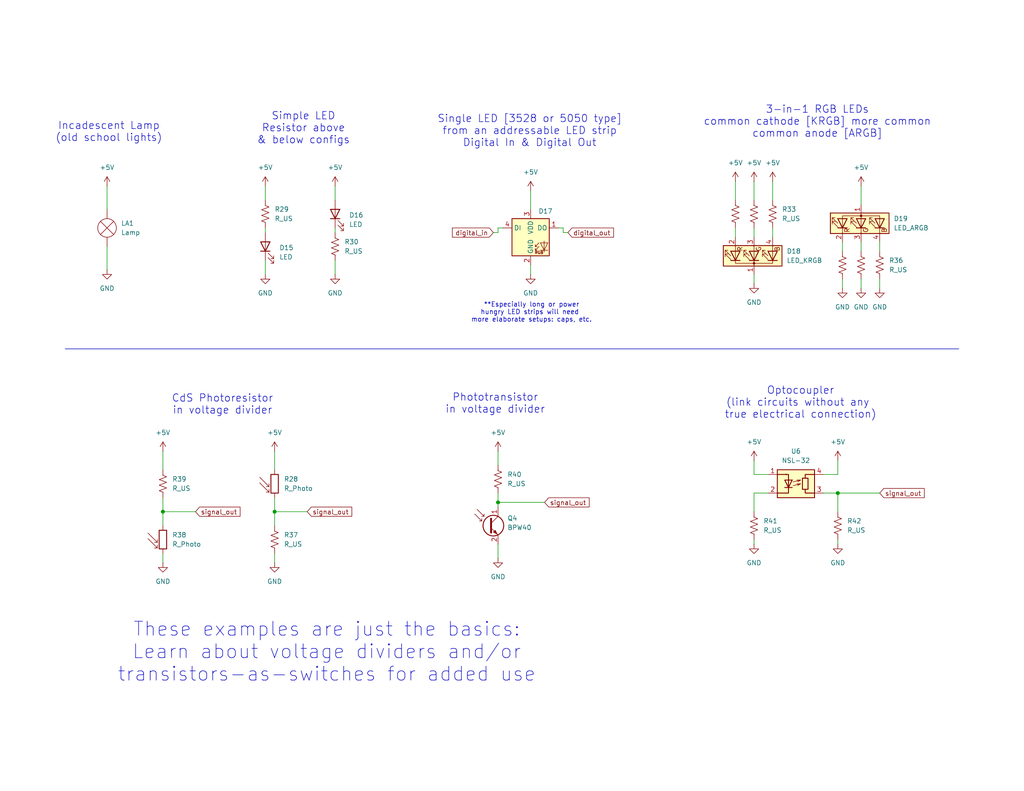
<source format=kicad_sch>
(kicad_sch (version 20231120) (generator "eeschema") (generator_version "8.0")
  (paper "USLetter")
  (title_block (title "Lights") (date "2025-04-24") (rev "v1.0") (company "Mason High School Applied Technology") (comment 1 "Various ways to interact with light") (comment 2 "3x light inputs (optocoupler is kind of both in/out)") (comment 3 "4x light outputs that are very common"))
  (lib_symbols
    (symbol "Device:LED" (pin_numbers hide) (pin_names (offset 1.016) hide)
      (property "Reference" "D" (at 0 2.54 0))
      (property "Value" "LED" (at 0 -2.54 0))
      (symbol "LED_0_1"
        (polyline (pts (xy -1.27 -1.27) (xy -1.27 1.27)) (stroke (width 0.254)))
        (polyline (pts (xy -1.27 0) (xy 1.27 0)))
        (polyline (pts (xy 1.27 -1.27) (xy 1.27 1.27) (xy -1.27 0) (xy 1.27 -1.27)) (stroke (width 0.254)))
        (polyline (pts (xy -3.048 -0.762) (xy -4.572 -2.286) (xy -3.81 -2.286) (xy -4.572 -2.286) (xy -4.572 -1.524)))
        (polyline (pts (xy -1.778 -0.762) (xy -3.302 -2.286) (xy -2.54 -2.286) (xy -3.302 -2.286) (xy -3.302 -1.524)))
      )
      (symbol "LED_1_1"
        (pin passive line (at -3.81 0 0) (length 2.54) (name "K") (number "1"))
        (pin passive line (at 3.81 0 180) (length 2.54) (name "A") (number "2"))
      )
    )
    (symbol "Device:LED_ARGB" (pin_names (offset 0) hide)
      (property "Reference" "D" (at 0 9.398 0))
      (property "Value" "LED_ARGB" (at 0 -8.89 0))
      (symbol "LED_ARGB_0_0"
        (text "B" (at -1.905 -6.35 0) (effects (font (size 1.27 1.27))))
        (text "G" (at -1.905 -1.27 0) (effects (font (size 1.27 1.27))))
        (text "R" (at -1.905 3.81 0) (effects (font (size 1.27 1.27))))
      )
      (symbol "LED_ARGB_0_1"
        (polyline (pts (xy -1.27 -5.08) (xy -2.54 -5.08)))
        (polyline (pts (xy -1.27 -5.08) (xy 1.27 -5.08)))
        (polyline (pts (xy -1.27 -3.81) (xy -1.27 -6.35)) (stroke (width 0.254)))
        (polyline (pts (xy -1.27 0) (xy -2.54 0)))
        (polyline (pts (xy -1.27 1.27) (xy -1.27 -1.27)) (stroke (width 0.254)))
        (polyline (pts (xy -1.27 5.08) (xy -2.54 5.08)))
        (polyline (pts (xy -1.27 5.08) (xy 1.27 5.08)))
        (polyline (pts (xy -1.27 6.35) (xy -1.27 3.81)) (stroke (width 0.254)))
        (polyline (pts (xy 1.27 0) (xy -1.27 0)))
        (polyline (pts (xy 1.27 0) (xy 2.54 0)))
        (polyline (pts (xy -1.27 1.27) (xy -1.27 -1.27) (xy -1.27 -1.27)))
        (polyline (pts (xy -1.27 6.35) (xy -1.27 3.81) (xy -1.27 3.81)))
        (polyline (pts (xy 1.27 -5.08) (xy 2.032 -5.08) (xy 2.032 5.08) (xy 1.27 5.08)))
        (polyline (pts (xy 1.27 -3.81) (xy 1.27 -6.35) (xy -1.27 -5.08) (xy 1.27 -3.81)) (stroke (width 0.254)))
        (polyline (pts (xy 1.27 1.27) (xy 1.27 -1.27) (xy -1.27 0) (xy 1.27 1.27)) (stroke (width 0.254)))
        (polyline (pts (xy 1.27 6.35) (xy 1.27 3.81) (xy -1.27 5.08) (xy 1.27 6.35)) (stroke (width 0.254)))
        (polyline (pts (xy -1.016 -3.81) (xy 0.508 -2.286) (xy -0.254 -2.286) (xy 0.508 -2.286) (xy 0.508 -3.048)))
        (polyline (pts (xy -1.016 1.27) (xy 0.508 2.794) (xy -0.254 2.794) (xy 0.508 2.794) (xy 0.508 2.032)))
        (polyline (pts (xy -1.016 6.35) (xy 0.508 7.874) (xy -0.254 7.874) (xy 0.508 7.874) (xy 0.508 7.112)))
        (polyline (pts (xy 0 -3.81) (xy 1.524 -2.286) (xy 0.762 -2.286) (xy 1.524 -2.286) (xy 1.524 -3.048)))
        (polyline (pts (xy 0 1.27) (xy 1.524 2.794) (xy 0.762 2.794) (xy 1.524 2.794) (xy 1.524 2.032)))
        (polyline (pts (xy 0 6.35) (xy 1.524 7.874) (xy 0.762 7.874) (xy 1.524 7.874) (xy 1.524 7.112)))
        (rectangle (start 1.27 -1.27) (end 1.27 1.27))
        (rectangle (start 1.27 1.27) (end 1.27 1.27))
        (rectangle (start 1.27 3.81) (end 1.27 6.35))
        (rectangle (start 1.27 6.35) (end 1.27 6.35))
        (circle (center 2.032 0) (radius 0.254) (fill (type outline)))
        (rectangle (start 2.794 8.382) (end -2.794 -7.62) (stroke (width 0.254)) (fill (type background)))
      )
      (symbol "LED_ARGB_1_1"
        (pin passive line (at 5.08 0 180) (length 2.54) (name "A") (number "1"))
        (pin passive line (at -5.08 5.08 0) (length 2.54) (name "RK") (number "2"))
        (pin passive line (at -5.08 0 0) (length 2.54) (name "GK") (number "3"))
        (pin passive line (at -5.08 -5.08 0) (length 2.54) (name "BK") (number "4"))
      )
    )
    (symbol "Device:LED_KRGB" (pin_names (offset 0) hide)
      (property "Reference" "D" (at 0 9.398 0))
      (property "Value" "LED_KRGB" (at 0 -8.89 0))
      (symbol "LED_KRGB_0_0"
        (text "B" (at 1.905 -6.35 0) (effects (font (size 1.27 1.27))))
        (text "G" (at 1.905 -1.27 0) (effects (font (size 1.27 1.27))))
        (text "R" (at 1.905 3.81 0) (effects (font (size 1.27 1.27))))
      )
      (symbol "LED_KRGB_0_1"
        (circle (center -2.032 0) (radius 0.254) (fill (type outline)))
        (polyline (pts (xy -1.27 -5.08) (xy 1.27 -5.08)))
        (polyline (pts (xy -1.27 -3.81) (xy -1.27 -6.35)) (stroke (width 0.254)))
        (polyline (pts (xy -1.27 0) (xy -2.54 0)))
        (polyline (pts (xy -1.27 1.27) (xy -1.27 -1.27)) (stroke (width 0.254)))
        (polyline (pts (xy -1.27 5.08) (xy 1.27 5.08)))
        (polyline (pts (xy -1.27 6.35) (xy -1.27 3.81)) (stroke (width 0.254)))
        (polyline (pts (xy 1.27 -5.08) (xy 2.54 -5.08)))
        (polyline (pts (xy 1.27 0) (xy -1.27 0)))
        (polyline (pts (xy 1.27 0) (xy 2.54 0)))
        (polyline (pts (xy 1.27 5.08) (xy 2.54 5.08)))
        (polyline (pts (xy -1.27 1.27) (xy -1.27 -1.27) (xy -1.27 -1.27)))
        (polyline (pts (xy -1.27 6.35) (xy -1.27 3.81) (xy -1.27 3.81)))
        (polyline (pts (xy -1.27 5.08) (xy -2.032 5.08) (xy -2.032 -5.08) (xy -1.016 -5.08)))
        (polyline (pts (xy 1.27 -3.81) (xy 1.27 -6.35) (xy -1.27 -5.08) (xy 1.27 -3.81)) (stroke (width 0.254)))
        (polyline (pts (xy 1.27 1.27) (xy 1.27 -1.27) (xy -1.27 0) (xy 1.27 1.27)) (stroke (width 0.254)))
        (polyline (pts (xy 1.27 6.35) (xy 1.27 3.81) (xy -1.27 5.08) (xy 1.27 6.35)) (stroke (width 0.254)))
        (polyline (pts (xy -1.016 -3.81) (xy 0.508 -2.286) (xy -0.254 -2.286) (xy 0.508 -2.286) (xy 0.508 -3.048)))
        (polyline (pts (xy -1.016 1.27) (xy 0.508 2.794) (xy -0.254 2.794) (xy 0.508 2.794) (xy 0.508 2.032)))
        (polyline (pts (xy -1.016 6.35) (xy 0.508 7.874) (xy -0.254 7.874) (xy 0.508 7.874) (xy 0.508 7.112)))
        (polyline (pts (xy 0 -3.81) (xy 1.524 -2.286) (xy 0.762 -2.286) (xy 1.524 -2.286) (xy 1.524 -3.048)))
        (polyline (pts (xy 0 1.27) (xy 1.524 2.794) (xy 0.762 2.794) (xy 1.524 2.794) (xy 1.524 2.032)))
        (polyline (pts (xy 0 6.35) (xy 1.524 7.874) (xy 0.762 7.874) (xy 1.524 7.874) (xy 1.524 7.112)))
        (rectangle (start 1.27 -1.27) (end 1.27 1.27))
        (rectangle (start 1.27 1.27) (end 1.27 1.27))
        (rectangle (start 1.27 3.81) (end 1.27 6.35))
        (rectangle (start 1.27 6.35) (end 1.27 6.35))
        (rectangle (start 2.794 8.382) (end -2.794 -7.62) (stroke (width 0.254)) (fill (type background)))
      )
      (symbol "LED_KRGB_1_1"
        (pin passive line (at -5.08 0 0) (length 2.54) (name "K") (number "1"))
        (pin passive line (at 5.08 5.08 180) (length 2.54) (name "RA") (number "2"))
        (pin passive line (at 5.08 0 180) (length 2.54) (name "GA") (number "3"))
        (pin passive line (at 5.08 -5.08 180) (length 2.54) (name "BA") (number "4"))
      )
    )
    (symbol "Device:Lamp" (pin_numbers hide) (pin_names (offset 0.0254) hide)
      (property "Reference" "LA" (at 0.635 3.81 0))
      (property "Value" "Lamp" (at 0.635 -3.81 0))
      (symbol "Lamp_0_1"
        (polyline (pts (xy -1.778 1.778) (xy 1.778 -1.778)))
        (polyline (pts (xy 1.778 1.778) (xy -1.778 -1.778)))
        (circle (center 0 0) (radius 2.54))
      )
      (symbol "Lamp_1_1"
        (pin passive line (at 0 -5.08 90) (length 2.54) (name "-") (number "1"))
        (pin passive line (at 0 5.08 270) (length 2.54) (name "+") (number "2"))
      )
    )
    (symbol "Device:R_Photo" (pin_numbers hide) (pin_names (offset 0))
      (property "Reference" "R" (at 1.27 1.27 0))
      (property "Value" "R_Photo" (at 1.27 0 0))
      (symbol "R_Photo_0_1"
        (rectangle (start -1.016 2.54) (end 1.016 -2.54) (stroke (width 0.254)))
        (polyline (pts (xy -1.524 -2.286) (xy -4.064 0.254)))
        (polyline (pts (xy -1.524 -2.286) (xy -2.286 -2.286)))
        (polyline (pts (xy -1.524 -2.286) (xy -1.524 -1.524)))
        (polyline (pts (xy -1.524 -0.762) (xy -4.064 1.778)))
        (polyline (pts (xy -1.524 -0.762) (xy -2.286 -0.762)))
        (polyline (pts (xy -1.524 -0.762) (xy -1.524 0)))
      )
      (symbol "R_Photo_1_1"
        (pin passive line (at 0 3.81 270) (length 1.27) (name "~") (number "1"))
        (pin passive line (at 0 -3.81 90) (length 1.27) (name "~") (number "2"))
      )
    )
    (symbol "Device:R_US" (pin_numbers hide) (pin_names (offset 0))
      (property "Reference" "R" (at 2.54 0 90))
      (property "Value" "R_US" (at -2.54 0 90))
      (symbol "R_US_0_1"
        (polyline (pts (xy 0 -2.286) (xy 0 -2.54)))
        (polyline (pts (xy 0 2.286) (xy 0 2.54)))
        (polyline (pts (xy 0 -0.762) (xy 1.016 -1.143) (xy 0 -1.524) (xy -1.016 -1.905) (xy 0 -2.286)))
        (polyline (pts (xy 0 0.762) (xy 1.016 0.381) (xy 0 0) (xy -1.016 -0.381) (xy 0 -0.762)))
        (polyline (pts (xy 0 2.286) (xy 1.016 1.905) (xy 0 1.524) (xy -1.016 1.143) (xy 0 0.762)))
      )
      (symbol "R_US_1_1"
        (pin passive line (at 0 3.81 270) (length 1.27) (name "~") (number "1"))
        (pin passive line (at 0 -3.81 90) (length 1.27) (name "~") (number "2"))
      )
    )
    (symbol "Isolator:NSL-32" (pin_names (offset 0.762) hide)
      (property "Reference" "U" (at 0 5.08 0))
      (property "Value" "NSL-32" (at 0 -5.08 0))
      (symbol "NSL-32_0_1"
        (rectangle (start -5.08 3.81) (end 5.08 -3.81) (stroke (width 0.254)) (fill (type background)))
        (polyline (pts (xy -5.08 2.54) (xy -2.54 2.54)) (stroke (width 0.254)))
        (polyline (pts (xy -2.794 -2.54) (xy -5.08 -2.54)) (stroke (width 0.254)))
        (polyline (pts (xy -1.016 -1.016) (xy -3.048 -1.016) (xy -3.048 -1.016)) (stroke (width 0.254)))
        (polyline (pts (xy -0.762 -0.508) (xy 1.27 0) (xy 1.27 0)))
        (polyline (pts (xy -0.762 0.508) (xy 1.27 1.016) (xy 1.27 1.016)))
        (polyline (pts (xy 2.54 -1.524) (xy 2.54 -2.54) (xy 5.08 -2.54)) (stroke (width 0.254)))
        (polyline (pts (xy 2.54 1.524) (xy 2.54 2.54) (xy 5.08 2.54)) (stroke (width 0.254)))
        (polyline (pts (xy -2.794 -2.54) (xy -2.032 -2.54) (xy -2.032 2.54) (xy -2.794 2.54)) (stroke (width 0.254)))
        (polyline (pts (xy 0.254 0) (xy 1.27 0) (xy 0.508 -0.508) (xy 0.508 -0.508)))
        (polyline (pts (xy 0.254 1.016) (xy 1.27 1.016) (xy 0.508 0.508) (xy 0.508 0.508)))
        (polyline (pts (xy -1.016 1.016) (xy -3.048 1.016) (xy -2.032 -1.016) (xy -1.016 1.016) (xy -1.016 1.016) (xy -1.016 1.016)) (stroke (width 0.254)))
        (rectangle (start 1.778 1.524) (end 3.302 -1.524) (stroke (width 0.254)))
      )
      (symbol "NSL-32_1_1"
        (pin passive line (at -7.62 2.54 0) (length 2.54) (name "A") (number "1"))
        (pin passive line (at -7.62 -2.54 0) (length 2.54) (name "K") (number "2"))
        (pin passive line (at 7.62 -2.54 180) (length 2.54) (name "R") (number "3"))
        (pin passive line (at 7.62 2.54 180) (length 2.54) (name "R") (number "4"))
      )
    )
    (symbol "LED:APA-106-F5"
      (property "Reference" "D" (at 5.08 5.715 0))
      (property "Value" "APA-106-F5" (at 1.27 -5.715 0))
      (symbol "APA-106-F5_0_0"
        (text "RGB" (at 2.286 -4.191 0) (effects (font (size 0.762 0.762))))
      )
      (symbol "APA-106-F5_0_1"
        (polyline (pts (xy 1.27 -3.556) (xy 1.778 -3.556)))
        (polyline (pts (xy 1.27 -2.54) (xy 1.778 -2.54)))
        (polyline (pts (xy 4.699 -3.556) (xy 2.667 -3.556)))
        (polyline (pts (xy 2.286 -2.54) (xy 1.27 -3.556) (xy 1.27 -3.048)))
        (polyline (pts (xy 2.286 -1.524) (xy 1.27 -2.54) (xy 1.27 -2.032)))
        (polyline (pts (xy 3.683 -1.016) (xy 3.683 -3.556) (xy 3.683 -4.064)))
        (polyline (pts (xy 4.699 -1.524) (xy 2.667 -1.524) (xy 3.683 -3.556) (xy 4.699 -1.524)))
        (rectangle (start 5.08 5.08) (end -5.08 -5.08) (stroke (width 0.254)) (fill (type background)))
      )
      (symbol "APA-106-F5_1_1"
        (pin output line (at 7.62 2.54 180) (length 2.54) (name "DO") (number "1"))
        (pin power_in line (at 0 -7.62 90) (length 2.54) (name "GND") (number "2"))
        (pin power_in line (at 0 7.62 270) (length 2.54) (name "VDD") (number "3"))
        (pin input line (at -7.62 2.54 0) (length 2.54) (name "DI") (number "4"))
      )
    )
    (symbol "Sensor_Optical:BPW40" (pin_names (offset 0) hide)
      (property "Reference" "Q" (at 5.08 1.27 0))
      (property "Value" "BPW40" (at 5.08 -1.27 0))
      (symbol "BPW40_0_1"
        (polyline (pts (xy -1.905 1.27) (xy -2.54 1.27)))
        (polyline (pts (xy -1.27 2.54) (xy -1.905 2.54)))
        (polyline (pts (xy 0.635 0.635) (xy 2.54 2.54)))
        (polyline (pts (xy -3.81 3.175) (xy -1.905 1.27) (xy -1.905 1.905)))
        (polyline (pts (xy -3.175 4.445) (xy -1.27 2.54) (xy -1.27 3.175)))
        (polyline (pts (xy 0.635 -0.635) (xy 2.54 -2.54) (xy 2.54 -2.54)))
        (polyline (pts (xy 0.635 1.905) (xy 0.635 -1.905) (xy 0.635 -1.905)) (stroke (width 0.508)))
        (polyline (pts (xy 1.27 -1.778) (xy 1.778 -1.27) (xy 2.286 -2.286) (xy 1.27 -1.778) (xy 1.27 -1.778)) (fill (type outline)))
        (circle (center 1.27 0) (radius 2.8194) (stroke (width 0.254)))
      )
      (symbol "BPW40_1_1"
        (pin passive line (at 2.54 5.08 270) (length 2.54) (name "C") (number "1"))
        (pin passive line (at 2.54 -5.08 90) (length 2.54) (name "E") (number "2"))
      )
    )
    (symbol "power:+5V" (power) (pin_numbers hide) (pin_names (offset 0) hide)
      (property "Value" "+5V" (at 0 3.556 0))
      (symbol "+5V_0_1"
        (polyline (pts (xy -0.762 1.27) (xy 0 2.54)))
        (polyline (pts (xy 0 0) (xy 0 2.54)))
        (polyline (pts (xy 0 2.54) (xy 0.762 1.27)))
      )
      (symbol "+5V_1_1"
        (pin power_in line (at 0 0 90) (length 0) (name "~") (number "1"))
      )
    )
    (symbol "power:GND" (power) (pin_numbers hide) (pin_names (offset 0) hide)
      (property "Value" "GND" (at 0 -3.81 0))
      (symbol "GND_0_1"
        (polyline (pts (xy 0 0) (xy 0 -1.27) (xy 1.27 -1.27) (xy 0 -2.54) (xy -1.27 -1.27) (xy 0 -1.27)))
      )
      (symbol "GND_1_1"
        (pin power_in line (at 0 0 270) (length 0) (name "~") (number "1"))
      )
    )
  )
  (junction (at 228.6 134.62))
  (junction (at 135.89 137.16))
  (junction (at 44.45 139.7))
  (junction (at 74.93 139.7))
  (wire (pts (xy 72.39 50.8) (xy 72.39 54.61)))
  (wire (pts (xy 205.74 129.54) (xy 209.55 129.54)))
  (wire (pts (xy 144.78 52.07) (xy 144.78 57.15)))
  (wire (pts (xy 205.74 62.23) (xy 205.74 64.77)))
  (wire (pts (xy 135.89 137.16) (xy 148.59 137.16)))
  (wire (pts (xy 153.67 63.5) (xy 153.67 62.23)))
  (wire (pts (xy 91.44 50.8) (xy 91.44 54.61)))
  (wire (pts (xy 210.82 62.23) (xy 210.82 64.77)))
  (wire (pts (xy 229.87 76.2) (xy 229.87 78.74)))
  (wire (pts (xy 228.6 129.54) (xy 224.79 129.54)))
  (wire (pts (xy 91.44 62.23) (xy 91.44 63.5)))
  (wire (pts (xy 44.45 139.7) (xy 44.45 143.51)))
  (wire (pts (xy 134.62 63.5) (xy 135.89 63.5)))
  (wire (pts (xy 228.6 134.62) (xy 240.03 134.62)))
  (wire (pts (xy 74.93 135.89) (xy 74.93 139.7)))
  (wire (pts (xy 74.93 139.7) (xy 74.93 143.51)))
  (wire (pts (xy 153.67 62.23) (xy 152.4 62.23)))
  (wire (pts (xy 224.79 134.62) (xy 228.6 134.62)))
  (wire (pts (xy 74.93 123.19) (xy 74.93 128.27)))
  (wire (pts (xy 240.03 76.2) (xy 240.03 78.74)))
  (wire (pts (xy 135.89 63.5) (xy 135.89 62.23)))
  (wire (pts (xy 205.74 49.53) (xy 205.74 54.61)))
  (wire (pts (xy 135.89 123.19) (xy 135.89 127)))
  (wire (pts (xy 135.89 62.23) (xy 137.16 62.23)))
  (wire (pts (xy 44.45 151.13) (xy 44.45 153.67)))
  (wire (pts (xy 135.89 148.59) (xy 135.89 152.4)))
  (wire (pts (xy 135.89 134.62) (xy 135.89 137.16)))
  (wire (pts (xy 74.93 139.7) (xy 83.82 139.7)))
  (wire (pts (xy 200.66 62.23) (xy 200.66 64.77)))
  (wire (pts (xy 200.66 49.53) (xy 200.66 54.61)))
  (wire (pts (xy 44.45 139.7) (xy 53.34 139.7)))
  (wire (pts (xy 29.21 50.8) (xy 29.21 57.15)))
  (wire (pts (xy 240.03 66.04) (xy 240.03 68.58)))
  (wire (pts (xy 44.45 123.19) (xy 44.45 128.27)))
  (wire (pts (xy 234.95 76.2) (xy 234.95 78.74)))
  (wire (pts (xy 74.93 151.13) (xy 74.93 153.67)))
  (polyline (pts (xy 17.78 95.25) (xy 261.62 95.25)))
  (wire (pts (xy 234.95 66.04) (xy 234.95 68.58)))
  (wire (pts (xy 72.39 71.12) (xy 72.39 74.93)))
  (wire (pts (xy 91.44 71.12) (xy 91.44 74.93)))
  (wire (pts (xy 209.55 134.62) (xy 205.74 134.62)))
  (wire (pts (xy 210.82 49.53) (xy 210.82 54.61)))
  (wire (pts (xy 144.78 72.39) (xy 144.78 74.93)))
  (wire (pts (xy 72.39 62.23) (xy 72.39 63.5)))
  (wire (pts (xy 228.6 125.73) (xy 228.6 129.54)))
  (wire (pts (xy 234.95 50.8) (xy 234.95 55.88)))
  (wire (pts (xy 44.45 135.89) (xy 44.45 139.7)))
  (wire (pts (xy 228.6 147.32) (xy 228.6 148.59)))
  (wire (pts (xy 29.21 67.31) (xy 29.21 73.66)))
  (wire (pts (xy 135.89 137.16) (xy 135.89 138.43)))
  (wire (pts (xy 154.94 63.5) (xy 153.67 63.5)))
  (wire (pts (xy 205.74 74.93) (xy 205.74 77.47)))
  (wire (pts (xy 205.74 125.73) (xy 205.74 129.54)))
  (wire (pts (xy 228.6 134.62) (xy 228.6 139.7)))
  (wire (pts (xy 205.74 147.32) (xy 205.74 148.59)))
  (wire (pts (xy 205.74 134.62) (xy 205.74 139.7)))
  (wire (pts (xy 229.87 66.04) (xy 229.87 68.58)))
  (text "Simple LED\nResistor above\n& below configs" (at 82.804 35.052 0) (effects (font (size 2.032 2.032))))
  (text "3-in-1 RGB LEDs\ncommon cathode [KRGB] more common\ncommon anode [ARGB]" (at 223.012 33.274 0) (effects (font (size 2.032 2.032))))
  (text "Incadescent Lamp\n(old school lights)" (at 29.718 36.068 0) (effects (font (size 2.032 2.032))))
  (text "These examples are just the basics:\nLearn about voltage dividers and/or\ntransistors-as-switches for added use" (at 89.154 178.054 0) (effects (font (size 3.81 3.81))))
  (text "Phototransistor\nin voltage divider" (at 135.128 110.236 0) (effects (font (size 2.032 2.032))))
  (text "Optocoupler\n(link circuits without any \ntrue electrical connection)" (at 218.44 109.982 0) (effects (font (size 2.032 2.032))))
  (text "CdS Photoresistor\nin voltage divider" (at 60.706 110.49 0) (effects (font (size 2.032 2.032))))
  (text "Single LED [3528 or 5050 type]\nfrom an addressable LED strip\nDigital In & Digital Out" (at 144.526 35.814 0) (effects (font (size 2.032 2.032))))
  (text "**Especially long or power\nhungry LED strips will need \nmore elaborate setups: caps, etc." (at 145.034 85.344 0) (effects (font (size 1.27 1.27))))
  (global_label "signal_out" (shape input) (at 148.59 137.16 0) (property "Intersheetrefs" "${INTERSHEET_REFS}" (effects (hide yes))))
  (global_label "signal_out" (shape input) (at 53.34 139.7 0) (property "Intersheetrefs" "${INTERSHEET_REFS}" (effects (hide yes))))
  (global_label "digital_out" (shape input) (at 154.94 63.5 0) (property "Intersheetrefs" "${INTERSHEET_REFS}" (effects (hide yes))))
  (global_label "signal_out" (shape input) (at 83.82 139.7 0) (property "Intersheetrefs" "${INTERSHEET_REFS}" (effects (hide yes))))
  (global_label "signal_out" (shape input) (at 240.03 134.62 0) (property "Intersheetrefs" "${INTERSHEET_REFS}" (effects (hide yes))))
  (global_label "digital_in" (shape input) (at 134.62 63.5 180) (property "Intersheetrefs" "${INTERSHEET_REFS}" (effects (hide yes))))
  (symbol (lib_id "Device:R_US") (at 91.44 67.31 0) (unit 1)
    (property "Reference" "R30" (at 93.98 66.0399 0) (effects (justify left)))
    (property "Value" "R_US" (at 93.98 68.5799 0) (effects (justify left)))
    (property "Description" "Resistor, US symbol" (effects (hide yes)))
  )
  (symbol (lib_id "power:GND") (at 135.89 152.4 0) (unit 1)
    (property "Reference" "#PWR044" (effects (hide yes)))
    (property "Value" "GND" (at 135.89 157.48 0))
    (property "Description" "Power symbol creates a global label with name \"GND\" , ground" (effects (hide yes)))
  )
  (symbol (lib_id "power:+5V") (at 29.21 50.8 0) (unit 1)
    (property "Reference" "#PWR023" (effects (hide yes)))
    (property "Value" "+5V" (at 29.21 45.72 0))
    (property "Description" "Power symbol creates a global label with name \"+5V\"" (effects (hide yes)))
  )
  (symbol (lib_id "Device:LED") (at 72.39 67.31 90) (unit 1)
    (property "Reference" "D15" (at 76.2 67.6274 90) (effects (justify right)))
    (property "Value" "LED" (at 76.2 70.1674 90) (effects (justify right)))
    (property "Description" "Light emitting diode" (effects (hide yes)))
  )
  (symbol (lib_id "Device:R_US") (at 72.39 58.42 0) (unit 1)
    (property "Reference" "R29" (at 74.93 57.1499 0) (effects (justify left)))
    (property "Value" "R_US" (at 74.93 59.6899 0) (effects (justify left)))
    (property "Description" "Resistor, US symbol" (effects (hide yes)))
  )
  (symbol (lib_id "power:GND") (at 29.21 73.66 0) (unit 1)
    (property "Reference" "#PWR036" (effects (hide yes)))
    (property "Value" "GND" (at 29.21 78.74 0))
    (property "Description" "Power symbol creates a global label with name \"GND\" , ground" (effects (hide yes)))
  )
  (symbol (lib_id "power:+5V") (at 135.89 123.19 0) (unit 1)
    (property "Reference" "#PWR033" (effects (hide yes)))
    (property "Value" "+5V" (at 135.89 118.11 0))
    (property "Description" "Power symbol creates a global label with name \"+5V\"" (effects (hide yes)))
  )
  (symbol (lib_id "Device:R_US") (at 234.95 72.39 0) (unit 1)
    (property "Reference" "R35" (effects (hide yes)))
    (property "Value" "R_US" (effects (hide yes)))
    (property "Description" "Resistor, US symbol" (effects (hide yes)))
  )
  (symbol (lib_id "power:+5V") (at 234.95 50.8 0) (unit 1)
    (property "Reference" "#PWR030" (effects (hide yes)))
    (property "Value" "+5V" (at 234.95 45.72 0))
    (property "Description" "Power symbol creates a global label with name \"+5V\"" (effects (hide yes)))
  )
  (symbol (lib_id "power:+5V") (at 74.93 123.19 0) (unit 1)
    (property "Reference" "#PWR032" (effects (hide yes)))
    (property "Value" "+5V" (at 74.93 118.11 0))
    (property "Description" "Power symbol creates a global label with name \"+5V\"" (effects (hide yes)))
  )
  (symbol (lib_id "power:GND") (at 205.74 148.59 0) (unit 1)
    (property "Reference" "#PWR047" (effects (hide yes)))
    (property "Value" "GND" (at 205.74 153.67 0))
    (property "Description" "Power symbol creates a global label with name \"GND\" , ground" (effects (hide yes)))
  )
  (symbol (lib_id "power:+5V") (at 210.82 49.53 0) (unit 1)
    (property "Reference" "#PWR029" (effects (hide yes)))
    (property "Value" "+5V" (at 210.82 44.45 0))
    (property "Description" "Power symbol creates a global label with name \"+5V\"" (effects (hide yes)))
  )
  (symbol (lib_id "power:GND") (at 234.95 78.74 0) (unit 1)
    (property "Reference" "#PWR042" (effects (hide yes)))
    (property "Value" "GND" (at 234.95 83.82 0))
    (property "Description" "Power symbol creates a global label with name \"GND\" , ground" (effects (hide yes)))
  )
  (symbol (lib_id "power:GND") (at 44.45 153.67 0) (unit 1)
    (property "Reference" "#PWR046" (effects (hide yes)))
    (property "Value" "GND" (at 44.45 158.75 0))
    (property "Description" "Power symbol creates a global label with name \"GND\" , ground" (effects (hide yes)))
  )
  (symbol (lib_id "Device:Lamp") (at 29.21 62.23 0) (unit 1)
    (property "Reference" "LA1" (at 33.02 60.9599 0) (effects (justify left)))
    (property "Value" "Lamp" (at 33.02 63.4999 0) (effects (justify left)))
    (property "Description" "Lamp" (effects (hide yes)))
  )
  (symbol (lib_id "Device:R_US") (at 135.89 130.81 0) (unit 1)
    (property "Reference" "R40" (at 138.43 129.5399 0) (effects (justify left)))
    (property "Value" "R_US" (at 138.43 132.0799 0) (effects (justify left)))
    (property "Description" "Resistor, US symbol" (effects (hide yes)))
  )
  (symbol (lib_id "power:GND") (at 205.74 77.47 0) (unit 1)
    (property "Reference" "#PWR040" (effects (hide yes)))
    (property "Value" "GND" (at 205.74 82.55 0))
    (property "Description" "Power symbol creates a global label with name \"GND\" , ground" (effects (hide yes)))
  )
  (symbol (lib_id "power:+5V") (at 72.39 50.8 0) (unit 1)
    (property "Reference" "#PWR024" (effects (hide yes)))
    (property "Value" "+5V" (at 72.39 45.72 0))
    (property "Description" "Power symbol creates a global label with name \"+5V\"" (effects (hide yes)))
  )
  (symbol (lib_id "LED:APA-106-F5") (at 144.78 64.77 0) (unit 1)
    (property "Reference" "D17" (at 148.844 57.658 0))
    (property "Value" "APA-106-F5" (effects (hide yes)))
    (property "Footprint" "LED_THT:LED_D5.0mm-4_RGB" (effects (hide yes)))
    (property "Datasheet" "https://cdn.sparkfun.com/datasheets/Components/LED/COM-12877.pdf" (effects (hide yes)))
    (property "Description" "RGB LED with integrated controller, 5mm Package" (effects (hide yes)))
  )
  (symbol (lib_id "power:GND") (at 91.44 74.93 0) (unit 1)
    (property "Reference" "#PWR038" (effects (hide yes)))
    (property "Value" "GND" (at 91.44 80.01 0))
    (property "Description" "Power symbol creates a global label with name \"GND\" , ground" (effects (hide yes)))
  )
  (symbol (lib_id "power:GND") (at 240.03 78.74 0) (unit 1)
    (property "Reference" "#PWR043" (effects (hide yes)))
    (property "Value" "GND" (at 240.03 83.82 0))
    (property "Description" "Power symbol creates a global label with name \"GND\" , ground" (effects (hide yes)))
  )
  (symbol (lib_id "power:+5V") (at 200.66 49.53 0) (unit 1)
    (property "Reference" "#PWR027" (effects (hide yes)))
    (property "Value" "+5V" (at 200.66 44.45 0))
    (property "Description" "Power symbol creates a global label with name \"+5V\"" (effects (hide yes)))
  )
  (symbol (lib_id "Device:R_US") (at 44.45 132.08 0) (unit 1)
    (property "Reference" "R39" (at 46.99 130.8099 0) (effects (justify left)))
    (property "Value" "R_US" (at 46.99 133.3499 0) (effects (justify left)))
    (property "Description" "Resistor, US symbol" (effects (hide yes)))
  )
  (symbol (lib_id "Device:LED_ARGB") (at 234.95 60.96 90) (unit 1)
    (property "Reference" "D19" (at 243.84 59.6899 90) (effects (justify right)))
    (property "Value" "LED_ARGB" (at 243.84 62.2299 90) (effects (justify right)))
    (property "Description" "RGB LED, anode/red/green/blue" (effects (hide yes)))
  )
  (symbol (lib_id "Device:R_US") (at 229.87 72.39 0) (unit 1)
    (property "Reference" "R34" (effects (hide yes)))
    (property "Value" "R_US" (effects (hide yes)))
    (property "Description" "Resistor, US symbol" (effects (hide yes)))
  )
  (symbol (lib_id "Device:LED_KRGB") (at 205.74 69.85 90) (unit 1)
    (property "Reference" "D18" (at 214.63 68.5799 90) (effects (justify right)))
    (property "Value" "LED_KRGB" (at 214.63 71.1199 90) (effects (justify right)))
    (property "Description" "RGB LED, cathode/red/green/blue" (effects (hide yes)))
  )
  (symbol (lib_id "Device:R_US") (at 240.03 72.39 0) (unit 1)
    (property "Reference" "R36" (at 242.57 71.1199 0) (effects (justify left)))
    (property "Value" "R_US" (at 242.57 73.6599 0) (effects (justify left)))
    (property "Description" "Resistor, US symbol" (effects (hide yes)))
  )
  (symbol (lib_id "power:+5V") (at 144.78 52.07 0) (unit 1)
    (property "Reference" "#PWR026" (effects (hide yes)))
    (property "Value" "+5V" (at 144.78 46.99 0))
    (property "Description" "Power symbol creates a global label with name \"+5V\"" (effects (hide yes)))
  )
  (symbol (lib_id "Device:R_US") (at 205.74 143.51 0) (unit 1)
    (property "Reference" "R41" (at 208.28 142.2399 0) (effects (justify left)))
    (property "Value" "R_US" (at 208.28 144.7799 0) (effects (justify left)))
    (property "Description" "Resistor, US symbol" (effects (hide yes)))
  )
  (symbol (lib_id "power:+5V") (at 205.74 125.73 0) (unit 1)
    (property "Reference" "#PWR034" (effects (hide yes)))
    (property "Value" "+5V" (at 205.74 120.65 0))
    (property "Description" "Power symbol creates a global label with name \"+5V\"" (effects (hide yes)))
  )
  (symbol (lib_id "Device:R_US") (at 74.93 147.32 0) (unit 1)
    (property "Reference" "R37" (at 77.47 146.0499 0) (effects (justify left)))
    (property "Value" "R_US" (at 77.47 148.5899 0) (effects (justify left)))
    (property "Description" "Resistor, US symbol" (effects (hide yes)))
  )
  (symbol (lib_id "Device:R_US") (at 228.6 143.51 0) (unit 1)
    (property "Reference" "R42" (at 231.14 142.2399 0) (effects (justify left)))
    (property "Value" "R_US" (at 231.14 144.7799 0) (effects (justify left)))
    (property "Description" "Resistor, US symbol" (effects (hide yes)))
  )
  (symbol (lib_id "Device:R_US") (at 200.66 58.42 0) (unit 1)
    (property "Reference" "R31" (effects (hide yes)))
    (property "Value" "R_US" (effects (hide yes)))
    (property "Description" "Resistor, US symbol" (effects (hide yes)))
  )
  (symbol (lib_id "power:GND") (at 144.78 74.93 0) (unit 1)
    (property "Reference" "#PWR039" (effects (hide yes)))
    (property "Value" "GND" (at 144.78 80.01 0))
    (property "Description" "Power symbol creates a global label with name \"GND\" , ground" (effects (hide yes)))
  )
  (symbol (lib_id "Device:R_US") (at 205.74 58.42 0) (unit 1)
    (property "Reference" "R32" (effects (hide yes)))
    (property "Value" "R_US" (effects (hide yes)))
    (property "Description" "Resistor, US symbol" (effects (hide yes)))
  )
  (symbol (lib_id "Device:R_Photo") (at 44.45 147.32 0) (unit 1)
    (property "Reference" "R38" (at 46.99 146.0499 0) (effects (justify left)))
    (property "Value" "R_Photo" (at 46.99 148.5899 0) (effects (justify left)))
    (property "Description" "Photoresistor" (effects (hide yes)))
  )
  (symbol (lib_id "power:+5V") (at 44.45 123.19 0) (unit 1)
    (property "Reference" "#PWR031" (effects (hide yes)))
    (property "Value" "+5V" (at 44.45 118.11 0))
    (property "Description" "Power symbol creates a global label with name \"+5V\"" (effects (hide yes)))
  )
  (symbol (lib_id "power:+5V") (at 91.44 50.8 0) (unit 1)
    (property "Reference" "#PWR025" (effects (hide yes)))
    (property "Value" "+5V" (at 91.44 45.72 0))
    (property "Description" "Power symbol creates a global label with name \"+5V\"" (effects (hide yes)))
  )
  (symbol (lib_id "power:GND") (at 72.39 74.93 0) (unit 1)
    (property "Reference" "#PWR037" (effects (hide yes)))
    (property "Value" "GND" (at 72.39 80.01 0))
    (property "Description" "Power symbol creates a global label with name \"GND\" , ground" (effects (hide yes)))
  )
  (symbol (lib_id "power:GND") (at 228.6 148.59 0) (unit 1)
    (property "Reference" "#PWR048" (effects (hide yes)))
    (property "Value" "GND" (at 228.6 153.67 0))
    (property "Description" "Power symbol creates a global label with name \"GND\" , ground" (effects (hide yes)))
  )
  (symbol (lib_id "power:GND") (at 74.93 153.67 0) (unit 1)
    (property "Reference" "#PWR045" (effects (hide yes)))
    (property "Value" "GND" (at 74.93 158.75 0))
    (property "Description" "Power symbol creates a global label with name \"GND\" , ground" (effects (hide yes)))
  )
  (symbol (lib_id "power:+5V") (at 205.74 49.53 0) (unit 1)
    (property "Reference" "#PWR028" (effects (hide yes)))
    (property "Value" "+5V" (at 205.74 44.45 0))
    (property "Description" "Power symbol creates a global label with name \"+5V\"" (effects (hide yes)))
  )
  (symbol (lib_id "Device:LED") (at 91.44 58.42 90) (unit 1)
    (property "Reference" "D16" (at 95.25 58.7374 90) (effects (justify right)))
    (property "Value" "LED" (at 95.25 61.2774 90) (effects (justify right)))
    (property "Description" "Light emitting diode" (effects (hide yes)))
  )
  (symbol (lib_id "Isolator:NSL-32") (at 217.17 132.08 0) (unit 1)
    (property "Reference" "U6" (at 217.17 123.19 0))
    (property "Value" "NSL-32" (at 217.17 125.73 0))
    (property "Footprint" "OptoDevice:Luna_NSL-32" (effects (hide yes)))
    (property "Datasheet" "http://lunainc.com/wp-content/uploads/2016/06/NSL-32.pdf" (effects (hide yes)))
    (property "Description" "Optocoupler, LED Input, Photocell Output" (effects (hide yes)))
  )
  (symbol (lib_id "Device:R_US") (at 210.82 58.42 0) (unit 1)
    (property "Reference" "R33" (at 213.36 57.1499 0) (effects (justify left)))
    (property "Value" "R_US" (at 213.36 59.6899 0) (effects (justify left)))
    (property "Description" "Resistor, US symbol" (effects (hide yes)))
  )
  (symbol (lib_id "power:GND") (at 229.87 78.74 0) (unit 1)
    (property "Reference" "#PWR041" (effects (hide yes)))
    (property "Value" "GND" (at 229.87 83.82 0))
    (property "Description" "Power symbol creates a global label with name \"GND\" , ground" (effects (hide yes)))
  )
  (symbol (lib_id "Device:R_Photo") (at 74.93 132.08 0) (unit 1)
    (property "Reference" "R28" (at 77.47 130.8099 0) (effects (justify left)))
    (property "Value" "R_Photo" (at 77.47 133.3499 0) (effects (justify left)))
    (property "Description" "Photoresistor" (effects (hide yes)))
  )
  (symbol (lib_id "power:+5V") (at 228.6 125.73 0) (unit 1)
    (property "Reference" "#PWR035" (effects (hide yes)))
    (property "Value" "+5V" (at 228.6 120.65 0))
    (property "Description" "Power symbol creates a global label with name \"+5V\"" (effects (hide yes)))
  )
  (symbol (lib_id "Sensor_Optical:BPW40") (at 133.35 143.51 0) (unit 1)
    (property "Reference" "Q4" (at 138.43 141.4906 0) (effects (justify left)))
    (property "Value" "BPW40" (at 138.43 144.0306 0) (effects (justify left)))
    (property "Footprint" "LED_THT:LED_D5.0mm_Clear" (effects (hide yes)))
    (property "Datasheet" "https://www.rcscomponents.kiev.ua/datasheets/bpw40.pdf" (effects (hide yes)))
    (property "Description" "Phototransistor NPN" (effects (hide yes)))
  )
)
</source>
